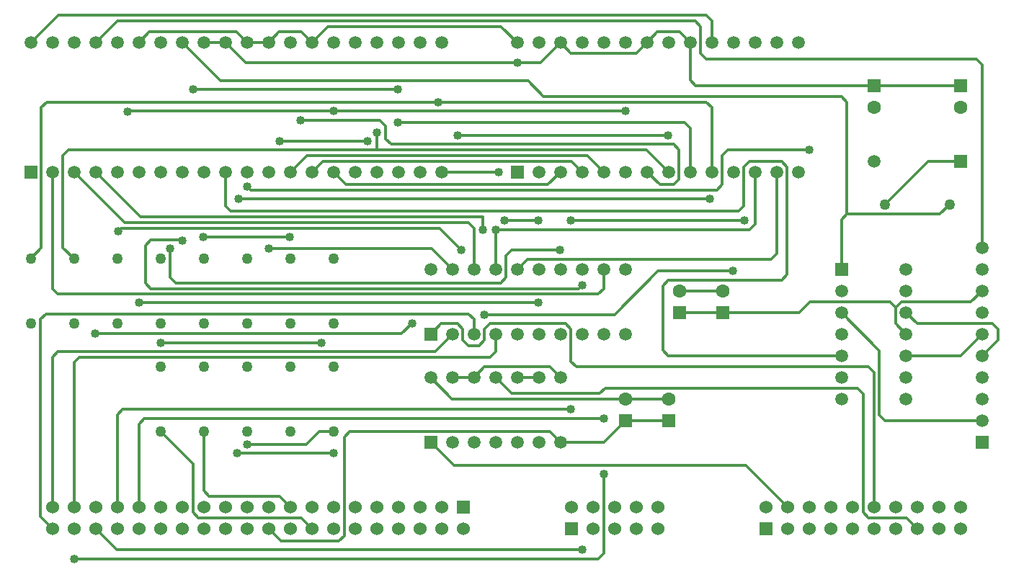
<source format=gbr>
G04 DipTrace 2.3.1.0*
%INVDP_6847_Top.gbr*%
%MOIN*%
%ADD13C,0.013*%
%ADD14R,0.0591X0.0591*%
%ADD15C,0.0591*%
%ADD16C,0.06*%
%ADD17R,0.06X0.06*%
%ADD18C,0.05*%
%ADD19C,0.05*%
%ADD20C,0.063*%
%ADD21R,0.063X0.063*%
%ADD22C,0.04*%
%FSLAX44Y44*%
G04*
G70*
G90*
G75*
G01*
%LNTop*%
%LPD*%
X12393Y15241D2*
D13*
X19831D1*
X15940Y10135D2*
X20377D1*
X12384Y11134D2*
X13878Y9639D1*
Y7388D1*
X14138Y7128D1*
X18889D1*
X19384Y6634D1*
X18384Y7634D2*
X17889Y8128D1*
X14643D1*
X14384Y8388D1*
Y11134D1*
X16388Y10531D2*
X19118D1*
X19720Y11134D1*
X20384D1*
X27302Y20470D2*
Y21060D1*
X11457D1*
X9384Y23134D1*
X27887Y20470D2*
X39624D1*
X39884Y20730D1*
Y23149D1*
X27887Y18629D2*
Y20470D1*
X28884Y18626D2*
X29374Y19116D1*
X40624D1*
X40884Y19376D1*
Y23149D1*
X26295Y19528D2*
X25283Y20540D1*
X10547D1*
X10412Y20405D1*
X11387Y17092D2*
X29868D1*
X31362Y20892D2*
X39385D1*
X30875Y19528D2*
X28634D1*
X28374Y19268D1*
Y18267D1*
X28114Y18007D1*
X13088D1*
X12828Y18267D1*
Y19580D1*
X12816Y19593D1*
X31882Y17904D2*
X31724Y17747D1*
X11939D1*
X11679Y18007D1*
Y19728D1*
X11939Y19988D1*
X13395D1*
X37884Y29134D2*
Y30143D1*
X37624Y30403D1*
X7653D1*
X6384Y29134D1*
X32884Y18626D2*
Y17747D1*
X32624Y17487D1*
X7643D1*
X7384Y17747D1*
Y23134D1*
X26884Y18626D2*
Y20540D1*
X26624Y20800D1*
X10717D1*
X8384Y23134D1*
X27367Y16540D2*
X33387D1*
X35401Y18554D1*
X38865D1*
X24880Y13630D2*
X25876Y12634D1*
X33884D1*
X36384Y16634D2*
X38384D1*
X41934D1*
X42424Y17124D1*
X46126D1*
X46386Y16864D1*
X46645Y17124D1*
X49874D1*
X50384Y17634D1*
X11384Y29134D2*
X11874Y29624D1*
X15893D1*
X16384Y29134D1*
X33884Y12634D2*
X35884D1*
X46386Y16864D2*
Y16124D1*
X46876Y15634D1*
X19384Y29134D2*
X20134Y29884D1*
X28134D1*
X28884Y29134D1*
X17384D2*
X17874Y29624D1*
X18893D1*
X19384Y29134D1*
X16384D2*
X17384D1*
X35884Y11634D2*
X33884D1*
X14384Y29134D2*
X15384D1*
X38384Y17634D2*
X36384D1*
X30880Y10638D2*
X30389Y11128D1*
X21138D1*
X20878Y10868D1*
Y6314D1*
X20619Y6054D1*
X17963D1*
X17384Y6634D1*
X33884Y11634D2*
X32888Y10638D1*
X30880D1*
X45384Y27134D2*
X49384D1*
X36884Y29134D2*
Y27393D1*
X37143Y27134D1*
X45384D1*
X34884Y29134D2*
X35374Y29624D1*
X36393D1*
X36884Y29134D1*
X30884D2*
X31374Y28643D1*
X34393D1*
X34884Y29134D1*
X28893Y28200D2*
X29950D1*
X30884Y29134D1*
X15384D2*
X16317Y28200D1*
X28893D1*
X50384Y19634D2*
Y28101D1*
X50124Y28361D1*
X37634D1*
X37374Y28621D1*
Y29884D1*
X37114Y30143D1*
X10393D1*
X9384Y29134D1*
X29880Y13630D2*
X28880D1*
X25884Y18626D2*
X24916Y19593D1*
X17395D1*
X37884Y23149D2*
Y26122D1*
X37624Y26382D1*
X25223D1*
X7134D1*
X6874Y26122D1*
Y19624D1*
X6384Y19134D1*
X24884Y15634D2*
X25374Y16124D1*
X26114D1*
X26374Y15864D1*
Y15358D1*
X26634Y15098D1*
X27114D1*
X27374Y15358D1*
Y15864D1*
X27634Y16124D1*
X31114D1*
X31374Y15864D1*
Y14384D1*
X31634Y14124D1*
X45124D1*
X45384Y13864D1*
Y7634D1*
X23372Y26966D2*
X13888D1*
X23372Y25440D2*
X36624D1*
X36884Y25180D1*
Y23149D1*
X35884D2*
X34874Y24159D1*
X22397D1*
X8134D1*
X7874Y23899D1*
Y19643D1*
X8384Y19134D1*
X22397Y24952D2*
Y24159D1*
X32888Y11733D2*
X11643D1*
X11384Y11473D1*
Y7634D1*
X31362Y12155D2*
X10643D1*
X10384Y11895D1*
Y7634D1*
X26884Y15634D2*
Y16319D1*
X26624Y16578D1*
X7088D1*
X6828Y16319D1*
Y7189D1*
X7384Y6634D1*
X25884Y15634D2*
X25088Y14838D1*
X7643D1*
X7384Y14578D1*
Y7634D1*
X8398Y5237D2*
X32629D1*
X32888Y5497D1*
Y9167D1*
X27884Y15634D2*
Y14838D1*
X27624Y14578D1*
X8643D1*
X8384Y14319D1*
Y7634D1*
X31882Y5659D2*
X10358D1*
X9384Y6634D1*
X9373Y15663D2*
X23534D1*
X24021Y16150D1*
X24880Y10638D2*
X25955Y9562D1*
X39455D1*
X41384Y7634D1*
X18857Y25537D2*
X22532D1*
X22792Y25277D1*
Y24679D1*
X23052Y24419D1*
X36114D1*
X36374Y24159D1*
Y22814D1*
X36114Y22554D1*
X35479D1*
X34884Y23149D1*
X33895Y25959D2*
X20384D1*
X10867Y25927D2*
D3*
X20384Y25959D2*
X10899D1*
X10867Y25927D1*
X18384Y23134D2*
X19149Y23899D1*
X32134D1*
X32884Y23149D1*
X14375Y20145D2*
X18370D1*
X19384Y23134D2*
X19889Y23639D1*
X31393D1*
X31884Y23149D1*
X20384Y23134D2*
X20963Y22554D1*
X30288D1*
X30884Y23149D1*
X17883Y24563D2*
X21975D1*
X35877Y24823D2*
X26133D1*
X25384Y23134D2*
X28016D1*
X29868Y20892D2*
X28309D1*
X16388Y22451D2*
X16546Y22294D1*
X38114D1*
X38374Y22554D1*
Y23913D1*
X38634Y24173D1*
X42405D1*
X43884Y14634D2*
X35874D1*
X35614Y14893D1*
Y17884D1*
X35874Y18143D1*
X41114D1*
X41374Y18403D1*
Y23380D1*
X41114Y23639D1*
X39634D1*
X39374Y23380D1*
Y21580D1*
X39114Y21320D1*
X15643D1*
X15384Y21580D1*
Y23134D1*
X37793Y21899D2*
X15999D1*
X48884Y21634D2*
X48439Y21189D1*
X44143D1*
Y26382D1*
X43884Y26641D1*
X30106D1*
X29387Y27361D1*
X15156D1*
X13384Y29134D1*
X44143Y21189D2*
X43884Y20929D1*
Y18634D1*
X27880Y13630D2*
X28616Y12893D1*
X32697D1*
X32947Y13143D1*
X44619D1*
X44878Y12884D1*
Y7388D1*
X45138Y7128D1*
X46889D1*
X47384Y6634D1*
X25880Y13630D2*
X26880D1*
X27370Y14120D1*
X30389D1*
X30880Y13630D1*
X49384Y23634D2*
X47884D1*
X45884Y21634D1*
X50384Y11634D2*
X45903D1*
X45643Y11893D1*
Y14874D1*
X43884Y16634D1*
X50384Y14634D2*
X51134Y15384D1*
Y15864D1*
X50874Y16124D1*
X47386D1*
X46876Y16634D1*
X50384Y15634D2*
X49384Y14634D1*
X46876D1*
D22*
X19831Y15241D3*
X12393D3*
X20384Y10141D3*
X15934D3*
X16388Y10531D3*
X27302Y20470D3*
X27887D3*
X10412Y20405D3*
X26295Y19528D3*
X29868Y17092D3*
X11387D3*
X39385Y20892D3*
X31362D3*
X12816Y19593D3*
X30875Y19528D3*
X13400Y19983D3*
X31882Y17904D3*
X38865Y18554D3*
X27367Y16540D3*
X28893Y28200D3*
X17395Y19593D3*
X25223Y26382D3*
X13888Y26966D3*
X23372Y25440D3*
Y26966D3*
X22397Y24952D3*
X32888Y11733D3*
X31362Y12155D3*
X32888Y9167D3*
X8398Y5237D3*
X31882Y5659D3*
X24021Y16150D3*
X9373Y15663D3*
X18857Y25537D3*
X20384Y25959D3*
X10867Y25927D3*
X33895Y25959D3*
X18370Y20145D3*
X14375D3*
X21975Y24563D3*
X17883D3*
X26133Y24823D3*
X35877D3*
X28016Y23134D3*
X28309Y20892D3*
X29868D3*
X42405Y24173D3*
X16388Y22451D3*
X15999Y21899D3*
X37793D3*
D14*
X6384Y23134D3*
D15*
X7384D3*
X8384D3*
X9384D3*
X10384D3*
X11384D3*
X12384D3*
X13384D3*
X14384D3*
X15384D3*
X16384D3*
X17384D3*
X18384D3*
X19384D3*
X20384D3*
X21384D3*
X22384D3*
X23384D3*
X24384D3*
X25384D3*
Y29134D3*
X24384D3*
X23384D3*
X22384D3*
X21384D3*
X20384D3*
X19384D3*
X18384D3*
X17384D3*
X16384D3*
X15384D3*
X14384D3*
X13384D3*
X12384D3*
X11384D3*
X10384D3*
X9384D3*
X8384D3*
X7384D3*
X6384D3*
D16*
X7384Y7634D3*
X8384D3*
X9384D3*
X10384D3*
X11384D3*
X12384D3*
X13384D3*
X14384D3*
X15384D3*
X16384D3*
X17384D3*
X18384D3*
X19384D3*
X20384D3*
X21384D3*
X22384D3*
X23384D3*
X24384D3*
X25384D3*
D17*
X26384D3*
D16*
Y6634D3*
X25384D3*
X24384D3*
X23384D3*
X22384D3*
X21384D3*
X20384D3*
X19384D3*
X18384D3*
X17384D3*
X16384D3*
X15384D3*
X14384D3*
X13384D3*
X12384D3*
X11384D3*
X10384D3*
X9384D3*
X8384D3*
X7384D3*
D17*
X40384D3*
D16*
X41384D3*
X42384D3*
X43384D3*
X44384D3*
X45384D3*
X46384D3*
X47384D3*
X48384D3*
X49384D3*
Y7634D3*
X48384D3*
X47384D3*
X46384D3*
X45384D3*
X44384D3*
X43384D3*
X42384D3*
X41384D3*
X40384D3*
X35384D3*
Y6634D3*
X34384D3*
Y7634D3*
X33384Y6634D3*
Y7634D3*
X32384Y6634D3*
Y7634D3*
X31384D3*
D17*
Y6634D3*
D14*
X28884Y23149D3*
D15*
X29884D3*
X30884D3*
X31884D3*
X32884D3*
X33884D3*
X34884D3*
X35884D3*
X36884D3*
X37884D3*
X38884D3*
X39884D3*
X40884D3*
X41884D3*
Y29134D3*
X40884D3*
X39884D3*
X38884D3*
X37884D3*
X36884D3*
X35884D3*
X34884D3*
X33884D3*
X32884D3*
X31884D3*
X30884D3*
X29884D3*
X28884D3*
D18*
X6384Y16134D3*
D19*
Y19134D3*
D18*
X8384Y16134D3*
D19*
Y19134D3*
D18*
X10384Y16134D3*
D19*
Y19134D3*
D18*
X12384Y16134D3*
D19*
Y19134D3*
D18*
X14384Y16134D3*
D19*
Y19134D3*
D18*
X16384Y16134D3*
D19*
Y19134D3*
D18*
X18384Y16134D3*
D19*
Y19134D3*
D18*
X20384Y16134D3*
D19*
Y19134D3*
D18*
X12384Y11134D3*
D19*
Y14134D3*
D18*
X14384Y11134D3*
D19*
Y14134D3*
D18*
X16384Y11134D3*
D19*
Y14134D3*
D18*
X18384Y11134D3*
D19*
Y14134D3*
D18*
X20384Y11134D3*
D19*
Y14134D3*
D14*
X24884Y15634D3*
D15*
X25884D3*
X26884D3*
X27884D3*
X28884D3*
X29884D3*
X30884D3*
X31884D3*
X32884D3*
X33884D3*
X24884Y18626D3*
X25884D3*
X26884D3*
X27884D3*
X28884D3*
X29884D3*
X30884D3*
X31884D3*
X32884D3*
X33884D3*
D14*
X24880Y10638D3*
D15*
X25880D3*
X26880D3*
X27880D3*
X28880D3*
X29880D3*
X30880D3*
Y13630D3*
X29880D3*
X28880D3*
X27880D3*
X26880D3*
X25880D3*
X24880D3*
D14*
X49384Y23634D3*
D15*
X45407D3*
D20*
X38384Y17634D3*
D21*
Y16634D3*
D20*
X36384Y17634D3*
D21*
Y16634D3*
D20*
X35884Y12634D3*
D21*
Y11634D3*
D20*
X33884Y12634D3*
D21*
Y11634D3*
D14*
X43884Y18634D3*
D15*
Y17634D3*
Y16634D3*
Y15634D3*
Y14634D3*
Y13634D3*
Y12634D3*
X46876D3*
Y13634D3*
Y14634D3*
Y15634D3*
Y16634D3*
Y17634D3*
Y18634D3*
D20*
X49384Y26134D3*
D21*
Y27134D3*
D15*
X50384Y19634D3*
Y18634D3*
Y17634D3*
Y16634D3*
Y15634D3*
Y14634D3*
Y13634D3*
Y12634D3*
Y11634D3*
D14*
Y10634D3*
D20*
X45384Y26134D3*
D21*
Y27134D3*
D18*
X48884Y21634D3*
D19*
X45884D3*
M02*

</source>
